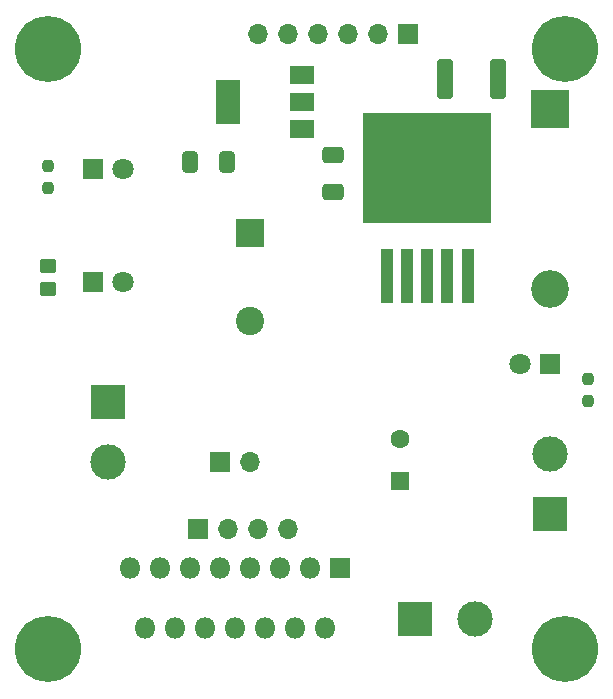
<source format=gts>
%TF.GenerationSoftware,KiCad,Pcbnew,(6.0.8)*%
%TF.CreationDate,2022-10-23T00:13:42+03:00*%
%TF.ProjectId,PowerBoard,506f7765-7242-46f6-9172-642e6b696361,rev?*%
%TF.SameCoordinates,Original*%
%TF.FileFunction,Soldermask,Top*%
%TF.FilePolarity,Negative*%
%FSLAX46Y46*%
G04 Gerber Fmt 4.6, Leading zero omitted, Abs format (unit mm)*
G04 Created by KiCad (PCBNEW (6.0.8)) date 2022-10-23 00:13:42*
%MOMM*%
%LPD*%
G01*
G04 APERTURE LIST*
G04 Aperture macros list*
%AMRoundRect*
0 Rectangle with rounded corners*
0 $1 Rounding radius*
0 $2 $3 $4 $5 $6 $7 $8 $9 X,Y pos of 4 corners*
0 Add a 4 corners polygon primitive as box body*
4,1,4,$2,$3,$4,$5,$6,$7,$8,$9,$2,$3,0*
0 Add four circle primitives for the rounded corners*
1,1,$1+$1,$2,$3*
1,1,$1+$1,$4,$5*
1,1,$1+$1,$6,$7*
1,1,$1+$1,$8,$9*
0 Add four rect primitives between the rounded corners*
20,1,$1+$1,$2,$3,$4,$5,0*
20,1,$1+$1,$4,$5,$6,$7,0*
20,1,$1+$1,$6,$7,$8,$9,0*
20,1,$1+$1,$8,$9,$2,$3,0*%
G04 Aperture macros list end*
%ADD10R,1.600000X1.600000*%
%ADD11C,1.600000*%
%ADD12R,1.700000X1.700000*%
%ADD13O,1.700000X1.700000*%
%ADD14RoundRect,0.237500X-0.237500X0.250000X-0.237500X-0.250000X0.237500X-0.250000X0.237500X0.250000X0*%
%ADD15R,2.400000X2.400000*%
%ADD16C,2.400000*%
%ADD17R,1.800000X1.800000*%
%ADD18C,1.800000*%
%ADD19C,3.600000*%
%ADD20C,5.600000*%
%ADD21R,3.000000X3.000000*%
%ADD22C,3.000000*%
%ADD23RoundRect,0.250000X0.450000X-0.350000X0.450000X0.350000X-0.450000X0.350000X-0.450000X-0.350000X0*%
%ADD24O,1.800000X1.800000*%
%ADD25R,3.200000X3.200000*%
%ADD26O,3.200000X3.200000*%
%ADD27R,2.000000X1.500000*%
%ADD28R,2.000000X3.800000*%
%ADD29R,1.100000X4.600000*%
%ADD30R,10.800000X9.400000*%
%ADD31RoundRect,0.250000X0.400000X1.450000X-0.400000X1.450000X-0.400000X-1.450000X0.400000X-1.450000X0*%
%ADD32RoundRect,0.250000X0.412500X0.650000X-0.412500X0.650000X-0.412500X-0.650000X0.412500X-0.650000X0*%
%ADD33RoundRect,0.250000X0.650000X-0.412500X0.650000X0.412500X-0.650000X0.412500X-0.650000X-0.412500X0*%
G04 APERTURE END LIST*
D10*
%TO.C,C1*%
X232410000Y-67012755D03*
D11*
X232410000Y-63512755D03*
%TD*%
D12*
%TO.C,J4*%
X217170000Y-65405000D03*
D13*
X219710000Y-65405000D03*
%TD*%
D14*
%TO.C,R1*%
X248285000Y-58420000D03*
X248285000Y-60245000D03*
%TD*%
D15*
%TO.C,C2*%
X219710000Y-46017246D03*
D16*
X219710000Y-53517246D03*
%TD*%
D17*
%TO.C,D4*%
X245110000Y-57150000D03*
D18*
X242570000Y-57150000D03*
%TD*%
D19*
%TO.C,H3*%
X246380000Y-30480000D03*
D20*
X246380000Y-30480000D03*
%TD*%
D12*
%TO.C,J6*%
X233045000Y-29210000D03*
D13*
X230505000Y-29210000D03*
X227965000Y-29210000D03*
X225425000Y-29210000D03*
X222885000Y-29210000D03*
X220345000Y-29210000D03*
%TD*%
D21*
%TO.C,J3*%
X207645000Y-60325000D03*
D22*
X207645000Y-65405000D03*
%TD*%
D20*
%TO.C,H1*%
X246380000Y-81280000D03*
D19*
X246380000Y-81280000D03*
%TD*%
D23*
%TO.C,R3*%
X202565000Y-50800000D03*
X202565000Y-48800000D03*
%TD*%
D17*
%TO.C,D3*%
X206375000Y-40640000D03*
D18*
X208915000Y-40640000D03*
%TD*%
D21*
%TO.C,J1*%
X233680000Y-78740000D03*
D22*
X238760000Y-78740000D03*
%TD*%
D12*
%TO.C,J2*%
X215265000Y-71120000D03*
D13*
X217805000Y-71120000D03*
X220345000Y-71120000D03*
X222885000Y-71120000D03*
%TD*%
D17*
%TO.C,U1*%
X227335000Y-74405000D03*
D24*
X226065000Y-79485000D03*
X224795000Y-74405000D03*
X223525000Y-79485000D03*
X222255000Y-74405000D03*
X220985000Y-79485000D03*
X219715000Y-74405000D03*
X218445000Y-79485000D03*
X217175000Y-74405000D03*
X215905000Y-79485000D03*
X214635000Y-74405000D03*
X213365000Y-79485000D03*
X212095000Y-74405000D03*
X210825000Y-79485000D03*
X209555000Y-74405000D03*
%TD*%
D25*
%TO.C,D1*%
X245110000Y-35560000D03*
D26*
X245110000Y-50800000D03*
%TD*%
D27*
%TO.C,U3*%
X224130000Y-37225000D03*
D28*
X217830000Y-34925000D03*
D27*
X224130000Y-34925000D03*
X224130000Y-32625000D03*
%TD*%
D29*
%TO.C,U2*%
X231315000Y-49675000D03*
X233015000Y-49675000D03*
D30*
X234715000Y-40525000D03*
D29*
X234715000Y-49675000D03*
X236415000Y-49675000D03*
X238115000Y-49675000D03*
%TD*%
D19*
%TO.C,H4*%
X202565000Y-81280000D03*
D20*
X202565000Y-81280000D03*
%TD*%
D19*
%TO.C,H2*%
X202565000Y-30480000D03*
D20*
X202565000Y-30480000D03*
%TD*%
D21*
%TO.C,J5*%
X245110000Y-69850000D03*
D22*
X245110000Y-64770000D03*
%TD*%
D31*
%TO.C,L1*%
X240670000Y-33020000D03*
X236220000Y-33020000D03*
%TD*%
D32*
%TO.C,C3*%
X217755000Y-40005000D03*
X214630000Y-40005000D03*
%TD*%
D33*
%TO.C,C4*%
X226695000Y-42545000D03*
X226695000Y-39420000D03*
%TD*%
D14*
%TO.C,R4*%
X202565000Y-40362500D03*
X202565000Y-42187500D03*
%TD*%
D17*
%TO.C,D2*%
X206370000Y-50165000D03*
D18*
X208910000Y-50165000D03*
%TD*%
M02*

</source>
